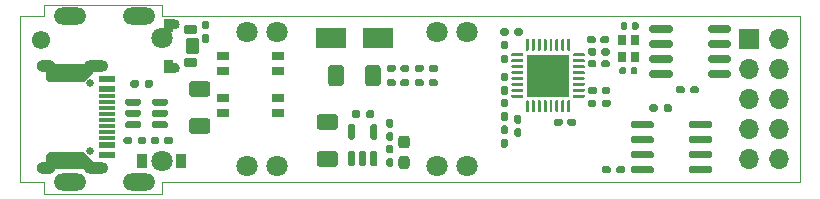
<source format=gbs>
G04 #@! TF.GenerationSoftware,KiCad,Pcbnew,6.0.10+dfsg-1~bpo11+1*
G04 #@! TF.ProjectId,project,70726f6a-6563-4742-9e6b-696361645f70,rev?*
G04 #@! TF.SameCoordinates,Original*
G04 #@! TF.FileFunction,Soldermask,Bot*
G04 #@! TF.FilePolarity,Negative*
%FSLAX46Y46*%
G04 Gerber Fmt 4.6, Leading zero omitted, Abs format (unit mm)*
%MOMM*%
%LPD*%
G01*
G04 APERTURE LIST*
G04 #@! TA.AperFunction,Profile*
%ADD10C,0.100000*%
G04 #@! TD*
%ADD11C,1.800000*%
%ADD12R,1.700000X1.700000*%
%ADD13O,1.700000X1.700000*%
%ADD14O,2.750000X1.450000*%
%ADD15C,1.552000*%
%ADD16R,2.500000X1.800000*%
%ADD17R,0.800000X0.900000*%
%ADD18C,0.650000*%
%ADD19R,1.450000X0.600000*%
%ADD20R,1.450000X0.300000*%
%ADD21O,2.100000X1.000000*%
%ADD22O,1.600000X1.000000*%
%ADD23R,1.000000X0.800000*%
%ADD24R,0.900000X1.200000*%
%ADD25R,3.650000X3.650000*%
G04 APERTURE END LIST*
D10*
X120262500Y-76037500D02*
X120262500Y-75037500D01*
X184262500Y-76037500D02*
X184262500Y-90037500D01*
X184262500Y-90037500D02*
X130262500Y-90037500D01*
X130262500Y-75037500D02*
X130262500Y-76037500D01*
X130262500Y-76037500D02*
X184262500Y-76037500D01*
X120262500Y-75037500D02*
X130262500Y-75037500D01*
X118262500Y-90037500D02*
X120262500Y-90037500D01*
X120262500Y-76037500D02*
X118262500Y-76037500D01*
X120262500Y-91037500D02*
X130262500Y-91037500D01*
X118262500Y-90037500D02*
X118262500Y-76037500D01*
X130262500Y-91037500D02*
X130262500Y-90037500D01*
X120262500Y-90037500D02*
X120262500Y-91037500D01*
D11*
X137437500Y-88727500D03*
X139977500Y-88727500D03*
X153547500Y-88727500D03*
X156087500Y-88727500D03*
X156087500Y-77347500D03*
X153547500Y-77347500D03*
X139977500Y-77347500D03*
X137437500Y-77347500D03*
D12*
X179987500Y-77962500D03*
D13*
X182527500Y-77962500D03*
X179987500Y-80502500D03*
X182527500Y-80502500D03*
X179987500Y-83042500D03*
X182527500Y-83042500D03*
X179987500Y-85582500D03*
X182527500Y-85582500D03*
X179987500Y-88122500D03*
X182527500Y-88122500D03*
D11*
X130262500Y-88237500D03*
X130262500Y-77837500D03*
D14*
X122462500Y-75987500D03*
X122462500Y-90087500D03*
X128362500Y-90087500D03*
X128362500Y-75987500D03*
D15*
X120000000Y-78000000D03*
D16*
X148562500Y-77837500D03*
X144562500Y-77837500D03*
G36*
G01*
X151707500Y-81797500D02*
X151707500Y-81477500D01*
G75*
G02*
X151867500Y-81317500I160000J0D01*
G01*
X152262500Y-81317500D01*
G75*
G02*
X152422500Y-81477500I0J-160000D01*
G01*
X152422500Y-81797500D01*
G75*
G02*
X152262500Y-81957500I-160000J0D01*
G01*
X151867500Y-81957500D01*
G75*
G02*
X151707500Y-81797500I0J160000D01*
G01*
G37*
G36*
G01*
X152902500Y-81797500D02*
X152902500Y-81477500D01*
G75*
G02*
X153062500Y-81317500I160000J0D01*
G01*
X153457500Y-81317500D01*
G75*
G02*
X153617500Y-81477500I0J-160000D01*
G01*
X153617500Y-81797500D01*
G75*
G02*
X153457500Y-81957500I-160000J0D01*
G01*
X153062500Y-81957500D01*
G75*
G02*
X152902500Y-81797500I0J160000D01*
G01*
G37*
G36*
G01*
X169102500Y-77007500D02*
X169102500Y-76667500D01*
G75*
G02*
X169242500Y-76527500I140000J0D01*
G01*
X169522500Y-76527500D01*
G75*
G02*
X169662500Y-76667500I0J-140000D01*
G01*
X169662500Y-77007500D01*
G75*
G02*
X169522500Y-77147500I-140000J0D01*
G01*
X169242500Y-77147500D01*
G75*
G02*
X169102500Y-77007500I0J140000D01*
G01*
G37*
G36*
G01*
X170062500Y-77007500D02*
X170062500Y-76667500D01*
G75*
G02*
X170202500Y-76527500I140000J0D01*
G01*
X170482500Y-76527500D01*
G75*
G02*
X170622500Y-76667500I0J-140000D01*
G01*
X170622500Y-77007500D01*
G75*
G02*
X170482500Y-77147500I-140000J0D01*
G01*
X170202500Y-77147500D01*
G75*
G02*
X170062500Y-77007500I0J140000D01*
G01*
G37*
G36*
G01*
X166327500Y-80192500D02*
X166327500Y-79882500D01*
G75*
G02*
X166482500Y-79727500I155000J0D01*
G01*
X166907500Y-79727500D01*
G75*
G02*
X167062500Y-79882500I0J-155000D01*
G01*
X167062500Y-80192500D01*
G75*
G02*
X166907500Y-80347500I-155000J0D01*
G01*
X166482500Y-80347500D01*
G75*
G02*
X166327500Y-80192500I0J155000D01*
G01*
G37*
G36*
G01*
X167462500Y-80192500D02*
X167462500Y-79882500D01*
G75*
G02*
X167617500Y-79727500I155000J0D01*
G01*
X168042500Y-79727500D01*
G75*
G02*
X168197500Y-79882500I0J-155000D01*
G01*
X168197500Y-80192500D01*
G75*
G02*
X168042500Y-80347500I-155000J0D01*
G01*
X167617500Y-80347500D01*
G75*
G02*
X167462500Y-80192500I0J155000D01*
G01*
G37*
G36*
G01*
X158907500Y-77497500D02*
X158907500Y-77177500D01*
G75*
G02*
X159067500Y-77017500I160000J0D01*
G01*
X159462500Y-77017500D01*
G75*
G02*
X159622500Y-77177500I0J-160000D01*
G01*
X159622500Y-77497500D01*
G75*
G02*
X159462500Y-77657500I-160000J0D01*
G01*
X159067500Y-77657500D01*
G75*
G02*
X158907500Y-77497500I0J160000D01*
G01*
G37*
G36*
G01*
X160102500Y-77497500D02*
X160102500Y-77177500D01*
G75*
G02*
X160262500Y-77017500I160000J0D01*
G01*
X160657500Y-77017500D01*
G75*
G02*
X160817500Y-77177500I0J-160000D01*
G01*
X160817500Y-77497500D01*
G75*
G02*
X160657500Y-77657500I-160000J0D01*
G01*
X160262500Y-77657500D01*
G75*
G02*
X160102500Y-77497500I0J160000D01*
G01*
G37*
G36*
G01*
X134112500Y-85962500D02*
X132812500Y-85962500D01*
G75*
G02*
X132562500Y-85712500I0J250000D01*
G01*
X132562500Y-84887500D01*
G75*
G02*
X132812500Y-84637500I250000J0D01*
G01*
X134112500Y-84637500D01*
G75*
G02*
X134362500Y-84887500I0J-250000D01*
G01*
X134362500Y-85712500D01*
G75*
G02*
X134112500Y-85962500I-250000J0D01*
G01*
G37*
G36*
G01*
X134112500Y-82837500D02*
X132812500Y-82837500D01*
G75*
G02*
X132562500Y-82587500I0J250000D01*
G01*
X132562500Y-81762500D01*
G75*
G02*
X132812500Y-81512500I250000J0D01*
G01*
X134112500Y-81512500D01*
G75*
G02*
X134362500Y-81762500I0J-250000D01*
G01*
X134362500Y-82587500D01*
G75*
G02*
X134112500Y-82837500I-250000J0D01*
G01*
G37*
G36*
G01*
X159417500Y-82672500D02*
X159107500Y-82672500D01*
G75*
G02*
X158952500Y-82517500I0J155000D01*
G01*
X158952500Y-82092500D01*
G75*
G02*
X159107500Y-81937500I155000J0D01*
G01*
X159417500Y-81937500D01*
G75*
G02*
X159572500Y-82092500I0J-155000D01*
G01*
X159572500Y-82517500D01*
G75*
G02*
X159417500Y-82672500I-155000J0D01*
G01*
G37*
G36*
G01*
X159417500Y-81537500D02*
X159107500Y-81537500D01*
G75*
G02*
X158952500Y-81382500I0J155000D01*
G01*
X158952500Y-80957500D01*
G75*
G02*
X159107500Y-80802500I155000J0D01*
G01*
X159417500Y-80802500D01*
G75*
G02*
X159572500Y-80957500I0J-155000D01*
G01*
X159572500Y-81382500D01*
G75*
G02*
X159417500Y-81537500I-155000J0D01*
G01*
G37*
G36*
G01*
X151197500Y-80282500D02*
X151197500Y-80592500D01*
G75*
G02*
X151042500Y-80747500I-155000J0D01*
G01*
X150617500Y-80747500D01*
G75*
G02*
X150462500Y-80592500I0J155000D01*
G01*
X150462500Y-80282500D01*
G75*
G02*
X150617500Y-80127500I155000J0D01*
G01*
X151042500Y-80127500D01*
G75*
G02*
X151197500Y-80282500I0J-155000D01*
G01*
G37*
G36*
G01*
X150062500Y-80282500D02*
X150062500Y-80592500D01*
G75*
G02*
X149907500Y-80747500I-155000J0D01*
G01*
X149482500Y-80747500D01*
G75*
G02*
X149327500Y-80592500I0J155000D01*
G01*
X149327500Y-80282500D01*
G75*
G02*
X149482500Y-80127500I155000J0D01*
G01*
X149907500Y-80127500D01*
G75*
G02*
X150062500Y-80282500I0J-155000D01*
G01*
G37*
D17*
X170312500Y-78037500D03*
X170312500Y-79437500D03*
X169212500Y-79437500D03*
X169212500Y-78037500D03*
G36*
G01*
X144912500Y-88762500D02*
X143612500Y-88762500D01*
G75*
G02*
X143362500Y-88512500I0J250000D01*
G01*
X143362500Y-87687500D01*
G75*
G02*
X143612500Y-87437500I250000J0D01*
G01*
X144912500Y-87437500D01*
G75*
G02*
X145162500Y-87687500I0J-250000D01*
G01*
X145162500Y-88512500D01*
G75*
G02*
X144912500Y-88762500I-250000J0D01*
G01*
G37*
G36*
G01*
X144912500Y-85637500D02*
X143612500Y-85637500D01*
G75*
G02*
X143362500Y-85387500I0J250000D01*
G01*
X143362500Y-84562500D01*
G75*
G02*
X143612500Y-84312500I250000J0D01*
G01*
X144912500Y-84312500D01*
G75*
G02*
X145162500Y-84562500I0J-250000D01*
G01*
X145162500Y-85387500D01*
G75*
G02*
X144912500Y-85637500I-250000J0D01*
G01*
G37*
G36*
G01*
X148255000Y-84140000D02*
X148255000Y-84460000D01*
G75*
G02*
X148095000Y-84620000I-160000J0D01*
G01*
X147700000Y-84620000D01*
G75*
G02*
X147540000Y-84460000I0J160000D01*
G01*
X147540000Y-84140000D01*
G75*
G02*
X147700000Y-83980000I160000J0D01*
G01*
X148095000Y-83980000D01*
G75*
G02*
X148255000Y-84140000I0J-160000D01*
G01*
G37*
G36*
G01*
X147060000Y-84140000D02*
X147060000Y-84460000D01*
G75*
G02*
X146900000Y-84620000I-160000J0D01*
G01*
X146505000Y-84620000D01*
G75*
G02*
X146345000Y-84460000I0J160000D01*
G01*
X146345000Y-84140000D01*
G75*
G02*
X146505000Y-83980000I160000J0D01*
G01*
X146900000Y-83980000D01*
G75*
G02*
X147060000Y-84140000I0J-160000D01*
G01*
G37*
G36*
G01*
X127162500Y-85337500D02*
X127162500Y-85037500D01*
G75*
G02*
X127312500Y-84887500I150000J0D01*
G01*
X128337500Y-84887500D01*
G75*
G02*
X128487500Y-85037500I0J-150000D01*
G01*
X128487500Y-85337500D01*
G75*
G02*
X128337500Y-85487500I-150000J0D01*
G01*
X127312500Y-85487500D01*
G75*
G02*
X127162500Y-85337500I0J150000D01*
G01*
G37*
G36*
G01*
X127162500Y-84387500D02*
X127162500Y-84087500D01*
G75*
G02*
X127312500Y-83937500I150000J0D01*
G01*
X128337500Y-83937500D01*
G75*
G02*
X128487500Y-84087500I0J-150000D01*
G01*
X128487500Y-84387500D01*
G75*
G02*
X128337500Y-84537500I-150000J0D01*
G01*
X127312500Y-84537500D01*
G75*
G02*
X127162500Y-84387500I0J150000D01*
G01*
G37*
G36*
G01*
X127162500Y-83437500D02*
X127162500Y-83137500D01*
G75*
G02*
X127312500Y-82987500I150000J0D01*
G01*
X128337500Y-82987500D01*
G75*
G02*
X128487500Y-83137500I0J-150000D01*
G01*
X128487500Y-83437500D01*
G75*
G02*
X128337500Y-83587500I-150000J0D01*
G01*
X127312500Y-83587500D01*
G75*
G02*
X127162500Y-83437500I0J150000D01*
G01*
G37*
G36*
G01*
X129437500Y-83437500D02*
X129437500Y-83137500D01*
G75*
G02*
X129587500Y-82987500I150000J0D01*
G01*
X130612500Y-82987500D01*
G75*
G02*
X130762500Y-83137500I0J-150000D01*
G01*
X130762500Y-83437500D01*
G75*
G02*
X130612500Y-83587500I-150000J0D01*
G01*
X129587500Y-83587500D01*
G75*
G02*
X129437500Y-83437500I0J150000D01*
G01*
G37*
G36*
G01*
X129437500Y-84387500D02*
X129437500Y-84087500D01*
G75*
G02*
X129587500Y-83937500I150000J0D01*
G01*
X130612500Y-83937500D01*
G75*
G02*
X130762500Y-84087500I0J-150000D01*
G01*
X130762500Y-84387500D01*
G75*
G02*
X130612500Y-84537500I-150000J0D01*
G01*
X129587500Y-84537500D01*
G75*
G02*
X129437500Y-84387500I0J150000D01*
G01*
G37*
G36*
G01*
X129437500Y-85337500D02*
X129437500Y-85037500D01*
G75*
G02*
X129587500Y-84887500I150000J0D01*
G01*
X130612500Y-84887500D01*
G75*
G02*
X130762500Y-85037500I0J-150000D01*
G01*
X130762500Y-85337500D01*
G75*
G02*
X130612500Y-85487500I-150000J0D01*
G01*
X129587500Y-85487500D01*
G75*
G02*
X129437500Y-85337500I0J150000D01*
G01*
G37*
G36*
G01*
X151707500Y-80597500D02*
X151707500Y-80277500D01*
G75*
G02*
X151867500Y-80117500I160000J0D01*
G01*
X152262500Y-80117500D01*
G75*
G02*
X152422500Y-80277500I0J-160000D01*
G01*
X152422500Y-80597500D01*
G75*
G02*
X152262500Y-80757500I-160000J0D01*
G01*
X151867500Y-80757500D01*
G75*
G02*
X151707500Y-80597500I0J160000D01*
G01*
G37*
G36*
G01*
X152902500Y-80597500D02*
X152902500Y-80277500D01*
G75*
G02*
X153062500Y-80117500I160000J0D01*
G01*
X153457500Y-80117500D01*
G75*
G02*
X153617500Y-80277500I0J-160000D01*
G01*
X153617500Y-80597500D01*
G75*
G02*
X153457500Y-80757500I-160000J0D01*
G01*
X153062500Y-80757500D01*
G75*
G02*
X152902500Y-80597500I0J160000D01*
G01*
G37*
G36*
G01*
X134117500Y-78272500D02*
X133807500Y-78272500D01*
G75*
G02*
X133652500Y-78117500I0J155000D01*
G01*
X133652500Y-77692500D01*
G75*
G02*
X133807500Y-77537500I155000J0D01*
G01*
X134117500Y-77537500D01*
G75*
G02*
X134272500Y-77692500I0J-155000D01*
G01*
X134272500Y-78117500D01*
G75*
G02*
X134117500Y-78272500I-155000J0D01*
G01*
G37*
G36*
G01*
X134117500Y-77137500D02*
X133807500Y-77137500D01*
G75*
G02*
X133652500Y-76982500I0J155000D01*
G01*
X133652500Y-76557500D01*
G75*
G02*
X133807500Y-76402500I155000J0D01*
G01*
X134117500Y-76402500D01*
G75*
G02*
X134272500Y-76557500I0J-155000D01*
G01*
X134272500Y-76982500D01*
G75*
G02*
X134117500Y-77137500I-155000J0D01*
G01*
G37*
G36*
G01*
X168235000Y-82145000D02*
X168235000Y-82455000D01*
G75*
G02*
X168080000Y-82610000I-155000J0D01*
G01*
X167655000Y-82610000D01*
G75*
G02*
X167500000Y-82455000I0J155000D01*
G01*
X167500000Y-82145000D01*
G75*
G02*
X167655000Y-81990000I155000J0D01*
G01*
X168080000Y-81990000D01*
G75*
G02*
X168235000Y-82145000I0J-155000D01*
G01*
G37*
G36*
G01*
X167100000Y-82145000D02*
X167100000Y-82455000D01*
G75*
G02*
X166945000Y-82610000I-155000J0D01*
G01*
X166520000Y-82610000D01*
G75*
G02*
X166365000Y-82455000I0J155000D01*
G01*
X166365000Y-82145000D01*
G75*
G02*
X166520000Y-81990000I155000J0D01*
G01*
X166945000Y-81990000D01*
G75*
G02*
X167100000Y-82145000I0J-155000D01*
G01*
G37*
D18*
X124137500Y-87427500D03*
X124137500Y-81647500D03*
D19*
X125582500Y-87737500D03*
X125582500Y-86937500D03*
D20*
X125582500Y-85787500D03*
X125582500Y-84787500D03*
X125582500Y-84287500D03*
X125582500Y-83287500D03*
D19*
X125582500Y-82137500D03*
X125582500Y-81337500D03*
X125582500Y-81337500D03*
X125582500Y-82137500D03*
D20*
X125582500Y-82787500D03*
X125582500Y-83787500D03*
X125582500Y-85287500D03*
X125582500Y-86287500D03*
D19*
X125582500Y-86937500D03*
X125582500Y-87737500D03*
G36*
X120837500Y-88987500D02*
G01*
X120730367Y-88971871D01*
X120619736Y-88917793D01*
X120532587Y-88830796D01*
X120478317Y-88720260D01*
X120462500Y-88612500D01*
X120462500Y-87862500D01*
X120478129Y-87755367D01*
X120532207Y-87644736D01*
X120619204Y-87557587D01*
X120729740Y-87503317D01*
X120837500Y-87487500D01*
X123712500Y-87487500D01*
X124462500Y-88237500D01*
X124462500Y-88612500D01*
X124446871Y-88719633D01*
X124392793Y-88830264D01*
X124305796Y-88917413D01*
X124195260Y-88971683D01*
X124087500Y-88987500D01*
X120837500Y-88987500D01*
G37*
D21*
X124667500Y-80217500D03*
D22*
X120487500Y-88857500D03*
D21*
X124667500Y-88857500D03*
G36*
X120837500Y-81587500D02*
G01*
X120730367Y-81571871D01*
X120619736Y-81517793D01*
X120532587Y-81430796D01*
X120478317Y-81320260D01*
X120462500Y-81212500D01*
X120462500Y-80462500D01*
X120478129Y-80355367D01*
X120532207Y-80244736D01*
X120619204Y-80157587D01*
X120729740Y-80103317D01*
X120837500Y-80087500D01*
X124087500Y-80087500D01*
X124194633Y-80103129D01*
X124305264Y-80157207D01*
X124392413Y-80244204D01*
X124446683Y-80354740D01*
X124462500Y-80462500D01*
X124462500Y-80837500D01*
X123712500Y-81587500D01*
X120837500Y-81587500D01*
G37*
D22*
X120487500Y-80217500D03*
G36*
G01*
X144337500Y-81687500D02*
X144337500Y-80387500D01*
G75*
G02*
X144587500Y-80137500I250000J0D01*
G01*
X145412500Y-80137500D01*
G75*
G02*
X145662500Y-80387500I0J-250000D01*
G01*
X145662500Y-81687500D01*
G75*
G02*
X145412500Y-81937500I-250000J0D01*
G01*
X144587500Y-81937500D01*
G75*
G02*
X144337500Y-81687500I0J250000D01*
G01*
G37*
G36*
G01*
X147462500Y-81687500D02*
X147462500Y-80387500D01*
G75*
G02*
X147712500Y-80137500I250000J0D01*
G01*
X148537500Y-80137500D01*
G75*
G02*
X148787500Y-80387500I0J-250000D01*
G01*
X148787500Y-81687500D01*
G75*
G02*
X148537500Y-81937500I-250000J0D01*
G01*
X147712500Y-81937500D01*
G75*
G02*
X147462500Y-81687500I0J250000D01*
G01*
G37*
G36*
G01*
X151197500Y-81482500D02*
X151197500Y-81792500D01*
G75*
G02*
X151042500Y-81947500I-155000J0D01*
G01*
X150617500Y-81947500D01*
G75*
G02*
X150462500Y-81792500I0J155000D01*
G01*
X150462500Y-81482500D01*
G75*
G02*
X150617500Y-81327500I155000J0D01*
G01*
X151042500Y-81327500D01*
G75*
G02*
X151197500Y-81482500I0J-155000D01*
G01*
G37*
G36*
G01*
X150062500Y-81482500D02*
X150062500Y-81792500D01*
G75*
G02*
X149907500Y-81947500I-155000J0D01*
G01*
X149482500Y-81947500D01*
G75*
G02*
X149327500Y-81792500I0J155000D01*
G01*
X149327500Y-81482500D01*
G75*
G02*
X149482500Y-81327500I155000J0D01*
G01*
X149907500Y-81327500D01*
G75*
G02*
X150062500Y-81482500I0J-155000D01*
G01*
G37*
G36*
G01*
X160555000Y-86235000D02*
X160245000Y-86235000D01*
G75*
G02*
X160090000Y-86080000I0J155000D01*
G01*
X160090000Y-85655000D01*
G75*
G02*
X160245000Y-85500000I155000J0D01*
G01*
X160555000Y-85500000D01*
G75*
G02*
X160710000Y-85655000I0J-155000D01*
G01*
X160710000Y-86080000D01*
G75*
G02*
X160555000Y-86235000I-155000J0D01*
G01*
G37*
G36*
G01*
X160555000Y-85100000D02*
X160245000Y-85100000D01*
G75*
G02*
X160090000Y-84945000I0J155000D01*
G01*
X160090000Y-84520000D01*
G75*
G02*
X160245000Y-84365000I155000J0D01*
G01*
X160555000Y-84365000D01*
G75*
G02*
X160710000Y-84520000I0J-155000D01*
G01*
X160710000Y-84945000D01*
G75*
G02*
X160555000Y-85100000I-155000J0D01*
G01*
G37*
G36*
G01*
X173807500Y-82397500D02*
X173807500Y-82077500D01*
G75*
G02*
X173967500Y-81917500I160000J0D01*
G01*
X174362500Y-81917500D01*
G75*
G02*
X174522500Y-82077500I0J-160000D01*
G01*
X174522500Y-82397500D01*
G75*
G02*
X174362500Y-82557500I-160000J0D01*
G01*
X173967500Y-82557500D01*
G75*
G02*
X173807500Y-82397500I0J160000D01*
G01*
G37*
G36*
G01*
X175002500Y-82397500D02*
X175002500Y-82077500D01*
G75*
G02*
X175162500Y-81917500I160000J0D01*
G01*
X175557500Y-81917500D01*
G75*
G02*
X175717500Y-82077500I0J-160000D01*
G01*
X175717500Y-82397500D01*
G75*
G02*
X175557500Y-82557500I-160000J0D01*
G01*
X175162500Y-82557500D01*
G75*
G02*
X175002500Y-82397500I0J160000D01*
G01*
G37*
G36*
G01*
X151000000Y-88937500D02*
X150525000Y-88937500D01*
G75*
G02*
X150287500Y-88700000I0J237500D01*
G01*
X150287500Y-88100000D01*
G75*
G02*
X150525000Y-87862500I237500J0D01*
G01*
X151000000Y-87862500D01*
G75*
G02*
X151237500Y-88100000I0J-237500D01*
G01*
X151237500Y-88700000D01*
G75*
G02*
X151000000Y-88937500I-237500J0D01*
G01*
G37*
G36*
G01*
X151000000Y-87212500D02*
X150525000Y-87212500D01*
G75*
G02*
X150287500Y-86975000I0J237500D01*
G01*
X150287500Y-86375000D01*
G75*
G02*
X150525000Y-86137500I237500J0D01*
G01*
X151000000Y-86137500D01*
G75*
G02*
X151237500Y-86375000I0J-237500D01*
G01*
X151237500Y-86975000D01*
G75*
G02*
X151000000Y-87212500I-237500J0D01*
G01*
G37*
G36*
G01*
X168255000Y-83240000D02*
X168255000Y-83560000D01*
G75*
G02*
X168095000Y-83720000I-160000J0D01*
G01*
X167700000Y-83720000D01*
G75*
G02*
X167540000Y-83560000I0J160000D01*
G01*
X167540000Y-83240000D01*
G75*
G02*
X167700000Y-83080000I160000J0D01*
G01*
X168095000Y-83080000D01*
G75*
G02*
X168255000Y-83240000I0J-160000D01*
G01*
G37*
G36*
G01*
X167060000Y-83240000D02*
X167060000Y-83560000D01*
G75*
G02*
X166900000Y-83720000I-160000J0D01*
G01*
X166505000Y-83720000D01*
G75*
G02*
X166345000Y-83560000I0J160000D01*
G01*
X166345000Y-83240000D01*
G75*
G02*
X166505000Y-83080000I160000J0D01*
G01*
X166900000Y-83080000D01*
G75*
G02*
X167060000Y-83240000I0J-160000D01*
G01*
G37*
G36*
G01*
X166327500Y-79192500D02*
X166327500Y-78882500D01*
G75*
G02*
X166482500Y-78727500I155000J0D01*
G01*
X166907500Y-78727500D01*
G75*
G02*
X167062500Y-78882500I0J-155000D01*
G01*
X167062500Y-79192500D01*
G75*
G02*
X166907500Y-79347500I-155000J0D01*
G01*
X166482500Y-79347500D01*
G75*
G02*
X166327500Y-79192500I0J155000D01*
G01*
G37*
G36*
G01*
X167462500Y-79192500D02*
X167462500Y-78882500D01*
G75*
G02*
X167617500Y-78727500I155000J0D01*
G01*
X168042500Y-78727500D01*
G75*
G02*
X168197500Y-78882500I0J-155000D01*
G01*
X168197500Y-79192500D01*
G75*
G02*
X168042500Y-79347500I-155000J0D01*
G01*
X167617500Y-79347500D01*
G75*
G02*
X167462500Y-79192500I0J155000D01*
G01*
G37*
D23*
X140062500Y-79402500D03*
X140062500Y-80672500D03*
X135462500Y-80672500D03*
X135462500Y-79402500D03*
X140062500Y-82902500D03*
X140062500Y-84172500D03*
X135462500Y-84172500D03*
X135462500Y-82902500D03*
G36*
G01*
X159417500Y-87135000D02*
X159107500Y-87135000D01*
G75*
G02*
X158952500Y-86980000I0J155000D01*
G01*
X158952500Y-86555000D01*
G75*
G02*
X159107500Y-86400000I155000J0D01*
G01*
X159417500Y-86400000D01*
G75*
G02*
X159572500Y-86555000I0J-155000D01*
G01*
X159572500Y-86980000D01*
G75*
G02*
X159417500Y-87135000I-155000J0D01*
G01*
G37*
G36*
G01*
X159417500Y-86000000D02*
X159107500Y-86000000D01*
G75*
G02*
X158952500Y-85845000I0J155000D01*
G01*
X158952500Y-85420000D01*
G75*
G02*
X159107500Y-85265000I155000J0D01*
G01*
X159417500Y-85265000D01*
G75*
G02*
X159572500Y-85420000I0J-155000D01*
G01*
X159572500Y-85845000D01*
G75*
G02*
X159417500Y-86000000I-155000J0D01*
G01*
G37*
G36*
G01*
X169455000Y-88840000D02*
X169455000Y-89160000D01*
G75*
G02*
X169295000Y-89320000I-160000J0D01*
G01*
X168900000Y-89320000D01*
G75*
G02*
X168740000Y-89160000I0J160000D01*
G01*
X168740000Y-88840000D01*
G75*
G02*
X168900000Y-88680000I160000J0D01*
G01*
X169295000Y-88680000D01*
G75*
G02*
X169455000Y-88840000I0J-160000D01*
G01*
G37*
G36*
G01*
X168260000Y-88840000D02*
X168260000Y-89160000D01*
G75*
G02*
X168100000Y-89320000I-160000J0D01*
G01*
X167705000Y-89320000D01*
G75*
G02*
X167545000Y-89160000I0J160000D01*
G01*
X167545000Y-88840000D01*
G75*
G02*
X167705000Y-88680000I160000J0D01*
G01*
X168100000Y-88680000D01*
G75*
G02*
X168260000Y-88840000I0J-160000D01*
G01*
G37*
G36*
G01*
X163465000Y-85155000D02*
X163465000Y-84845000D01*
G75*
G02*
X163620000Y-84690000I155000J0D01*
G01*
X164045000Y-84690000D01*
G75*
G02*
X164200000Y-84845000I0J-155000D01*
G01*
X164200000Y-85155000D01*
G75*
G02*
X164045000Y-85310000I-155000J0D01*
G01*
X163620000Y-85310000D01*
G75*
G02*
X163465000Y-85155000I0J155000D01*
G01*
G37*
G36*
G01*
X164600000Y-85155000D02*
X164600000Y-84845000D01*
G75*
G02*
X164755000Y-84690000I155000J0D01*
G01*
X165180000Y-84690000D01*
G75*
G02*
X165335000Y-84845000I0J-155000D01*
G01*
X165335000Y-85155000D01*
G75*
G02*
X165180000Y-85310000I-155000J0D01*
G01*
X164755000Y-85310000D01*
G75*
G02*
X164600000Y-85155000I0J155000D01*
G01*
G37*
G36*
G01*
X159422500Y-79992500D02*
X159102500Y-79992500D01*
G75*
G02*
X158942500Y-79832500I0J160000D01*
G01*
X158942500Y-79437500D01*
G75*
G02*
X159102500Y-79277500I160000J0D01*
G01*
X159422500Y-79277500D01*
G75*
G02*
X159582500Y-79437500I0J-160000D01*
G01*
X159582500Y-79832500D01*
G75*
G02*
X159422500Y-79992500I-160000J0D01*
G01*
G37*
G36*
G01*
X159422500Y-78797500D02*
X159102500Y-78797500D01*
G75*
G02*
X158942500Y-78637500I0J160000D01*
G01*
X158942500Y-78242500D01*
G75*
G02*
X159102500Y-78082500I160000J0D01*
G01*
X159422500Y-78082500D01*
G75*
G02*
X159582500Y-78242500I0J-160000D01*
G01*
X159582500Y-78637500D01*
G75*
G02*
X159422500Y-78797500I-160000J0D01*
G01*
G37*
G36*
G01*
X171550000Y-81055000D02*
X171550000Y-80755000D01*
G75*
G02*
X171700000Y-80605000I150000J0D01*
G01*
X173350000Y-80605000D01*
G75*
G02*
X173500000Y-80755000I0J-150000D01*
G01*
X173500000Y-81055000D01*
G75*
G02*
X173350000Y-81205000I-150000J0D01*
G01*
X171700000Y-81205000D01*
G75*
G02*
X171550000Y-81055000I0J150000D01*
G01*
G37*
G36*
G01*
X171550000Y-79785000D02*
X171550000Y-79485000D01*
G75*
G02*
X171700000Y-79335000I150000J0D01*
G01*
X173350000Y-79335000D01*
G75*
G02*
X173500000Y-79485000I0J-150000D01*
G01*
X173500000Y-79785000D01*
G75*
G02*
X173350000Y-79935000I-150000J0D01*
G01*
X171700000Y-79935000D01*
G75*
G02*
X171550000Y-79785000I0J150000D01*
G01*
G37*
G36*
G01*
X171550000Y-78515000D02*
X171550000Y-78215000D01*
G75*
G02*
X171700000Y-78065000I150000J0D01*
G01*
X173350000Y-78065000D01*
G75*
G02*
X173500000Y-78215000I0J-150000D01*
G01*
X173500000Y-78515000D01*
G75*
G02*
X173350000Y-78665000I-150000J0D01*
G01*
X171700000Y-78665000D01*
G75*
G02*
X171550000Y-78515000I0J150000D01*
G01*
G37*
G36*
G01*
X171550000Y-77245000D02*
X171550000Y-76945000D01*
G75*
G02*
X171700000Y-76795000I150000J0D01*
G01*
X173350000Y-76795000D01*
G75*
G02*
X173500000Y-76945000I0J-150000D01*
G01*
X173500000Y-77245000D01*
G75*
G02*
X173350000Y-77395000I-150000J0D01*
G01*
X171700000Y-77395000D01*
G75*
G02*
X171550000Y-77245000I0J150000D01*
G01*
G37*
G36*
G01*
X176500000Y-77245000D02*
X176500000Y-76945000D01*
G75*
G02*
X176650000Y-76795000I150000J0D01*
G01*
X178300000Y-76795000D01*
G75*
G02*
X178450000Y-76945000I0J-150000D01*
G01*
X178450000Y-77245000D01*
G75*
G02*
X178300000Y-77395000I-150000J0D01*
G01*
X176650000Y-77395000D01*
G75*
G02*
X176500000Y-77245000I0J150000D01*
G01*
G37*
G36*
G01*
X176500000Y-78515000D02*
X176500000Y-78215000D01*
G75*
G02*
X176650000Y-78065000I150000J0D01*
G01*
X178300000Y-78065000D01*
G75*
G02*
X178450000Y-78215000I0J-150000D01*
G01*
X178450000Y-78515000D01*
G75*
G02*
X178300000Y-78665000I-150000J0D01*
G01*
X176650000Y-78665000D01*
G75*
G02*
X176500000Y-78515000I0J150000D01*
G01*
G37*
G36*
G01*
X176500000Y-79785000D02*
X176500000Y-79485000D01*
G75*
G02*
X176650000Y-79335000I150000J0D01*
G01*
X178300000Y-79335000D01*
G75*
G02*
X178450000Y-79485000I0J-150000D01*
G01*
X178450000Y-79785000D01*
G75*
G02*
X178300000Y-79935000I-150000J0D01*
G01*
X176650000Y-79935000D01*
G75*
G02*
X176500000Y-79785000I0J150000D01*
G01*
G37*
G36*
G01*
X176500000Y-81055000D02*
X176500000Y-80755000D01*
G75*
G02*
X176650000Y-80605000I150000J0D01*
G01*
X178300000Y-80605000D01*
G75*
G02*
X178450000Y-80755000I0J-150000D01*
G01*
X178450000Y-81055000D01*
G75*
G02*
X178300000Y-81205000I-150000J0D01*
G01*
X176650000Y-81205000D01*
G75*
G02*
X176500000Y-81055000I0J150000D01*
G01*
G37*
G36*
G01*
X132267500Y-79587500D02*
X133157500Y-79587500D01*
G75*
G02*
X133262500Y-79692500I0J-105000D01*
G01*
X133262500Y-80182500D01*
G75*
G02*
X133157500Y-80287500I-105000J0D01*
G01*
X132267500Y-80287500D01*
G75*
G02*
X132162500Y-80182500I0J105000D01*
G01*
X132162500Y-79692500D01*
G75*
G02*
X132267500Y-79587500I105000J0D01*
G01*
G37*
G36*
G01*
X132267500Y-76787500D02*
X133157500Y-76787500D01*
G75*
G02*
X133262500Y-76892500I0J-105000D01*
G01*
X133262500Y-77382500D01*
G75*
G02*
X133157500Y-77487500I-105000J0D01*
G01*
X132267500Y-77487500D01*
G75*
G02*
X132162500Y-77382500I0J105000D01*
G01*
X132162500Y-76892500D01*
G75*
G02*
X132267500Y-76787500I105000J0D01*
G01*
G37*
G36*
X131362500Y-79987500D02*
G01*
X131486107Y-80007077D01*
X131597614Y-80063893D01*
X131686107Y-80152386D01*
X131742923Y-80263893D01*
X131762500Y-80387500D01*
X131742923Y-80511107D01*
X131686107Y-80622614D01*
X131597614Y-80711107D01*
X131486107Y-80767923D01*
X131362500Y-80787500D01*
X130962500Y-80787500D01*
X130962500Y-79987500D01*
X131362500Y-79987500D01*
G37*
G36*
X131362500Y-76287500D02*
G01*
X131486107Y-76307077D01*
X131597614Y-76363893D01*
X131686107Y-76452386D01*
X131742923Y-76563893D01*
X131762500Y-76687500D01*
X131742923Y-76811107D01*
X131686107Y-76922614D01*
X131597614Y-77011107D01*
X131486107Y-77067923D01*
X131362500Y-77087500D01*
X130962500Y-77087500D01*
X130962500Y-76287500D01*
X131362500Y-76287500D01*
G37*
G36*
G01*
X130532500Y-76237500D02*
X131092500Y-76237500D01*
G75*
G02*
X131212500Y-76357500I0J-120000D01*
G01*
X131212500Y-77267500D01*
G75*
G02*
X131092500Y-77387500I-120000J0D01*
G01*
X130532500Y-77387500D01*
G75*
G02*
X130412500Y-77267500I0J120000D01*
G01*
X130412500Y-76357500D01*
G75*
G02*
X130532500Y-76237500I120000J0D01*
G01*
G37*
G36*
G01*
X130532500Y-79687500D02*
X131092500Y-79687500D01*
G75*
G02*
X131212500Y-79807500I0J-120000D01*
G01*
X131212500Y-80717500D01*
G75*
G02*
X131092500Y-80837500I-120000J0D01*
G01*
X130532500Y-80837500D01*
G75*
G02*
X130412500Y-80717500I0J120000D01*
G01*
X130412500Y-79807500D01*
G75*
G02*
X130532500Y-79687500I120000J0D01*
G01*
G37*
G36*
G01*
X132477500Y-77837500D02*
X133247500Y-77837500D01*
G75*
G02*
X133412500Y-78002500I0J-165000D01*
G01*
X133412500Y-79072500D01*
G75*
G02*
X133247500Y-79237500I-165000J0D01*
G01*
X132477500Y-79237500D01*
G75*
G02*
X132312500Y-79072500I0J165000D01*
G01*
X132312500Y-78002500D01*
G75*
G02*
X132477500Y-77837500I165000J0D01*
G01*
G37*
G36*
G01*
X131197500Y-86382500D02*
X131197500Y-86692500D01*
G75*
G02*
X131042500Y-86847500I-155000J0D01*
G01*
X130617500Y-86847500D01*
G75*
G02*
X130462500Y-86692500I0J155000D01*
G01*
X130462500Y-86382500D01*
G75*
G02*
X130617500Y-86227500I155000J0D01*
G01*
X131042500Y-86227500D01*
G75*
G02*
X131197500Y-86382500I0J-155000D01*
G01*
G37*
G36*
G01*
X130062500Y-86382500D02*
X130062500Y-86692500D01*
G75*
G02*
X129907500Y-86847500I-155000J0D01*
G01*
X129482500Y-86847500D01*
G75*
G02*
X129327500Y-86692500I0J155000D01*
G01*
X129327500Y-86382500D01*
G75*
G02*
X129482500Y-86227500I155000J0D01*
G01*
X129907500Y-86227500D01*
G75*
G02*
X130062500Y-86382500I0J-155000D01*
G01*
G37*
D24*
X131912500Y-88237500D03*
X128612500Y-88237500D03*
G36*
G01*
X168135000Y-77845000D02*
X168135000Y-78155000D01*
G75*
G02*
X167980000Y-78310000I-155000J0D01*
G01*
X167555000Y-78310000D01*
G75*
G02*
X167400000Y-78155000I0J155000D01*
G01*
X167400000Y-77845000D01*
G75*
G02*
X167555000Y-77690000I155000J0D01*
G01*
X167980000Y-77690000D01*
G75*
G02*
X168135000Y-77845000I0J-155000D01*
G01*
G37*
G36*
G01*
X167000000Y-77845000D02*
X167000000Y-78155000D01*
G75*
G02*
X166845000Y-78310000I-155000J0D01*
G01*
X166420000Y-78310000D01*
G75*
G02*
X166265000Y-78155000I0J155000D01*
G01*
X166265000Y-77845000D01*
G75*
G02*
X166420000Y-77690000I155000J0D01*
G01*
X166845000Y-77690000D01*
G75*
G02*
X167000000Y-77845000I0J-155000D01*
G01*
G37*
G36*
G01*
X169950000Y-89155000D02*
X169950000Y-88855000D01*
G75*
G02*
X170100000Y-88705000I150000J0D01*
G01*
X171750000Y-88705000D01*
G75*
G02*
X171900000Y-88855000I0J-150000D01*
G01*
X171900000Y-89155000D01*
G75*
G02*
X171750000Y-89305000I-150000J0D01*
G01*
X170100000Y-89305000D01*
G75*
G02*
X169950000Y-89155000I0J150000D01*
G01*
G37*
G36*
G01*
X169950000Y-87885000D02*
X169950000Y-87585000D01*
G75*
G02*
X170100000Y-87435000I150000J0D01*
G01*
X171750000Y-87435000D01*
G75*
G02*
X171900000Y-87585000I0J-150000D01*
G01*
X171900000Y-87885000D01*
G75*
G02*
X171750000Y-88035000I-150000J0D01*
G01*
X170100000Y-88035000D01*
G75*
G02*
X169950000Y-87885000I0J150000D01*
G01*
G37*
G36*
G01*
X169950000Y-86615000D02*
X169950000Y-86315000D01*
G75*
G02*
X170100000Y-86165000I150000J0D01*
G01*
X171750000Y-86165000D01*
G75*
G02*
X171900000Y-86315000I0J-150000D01*
G01*
X171900000Y-86615000D01*
G75*
G02*
X171750000Y-86765000I-150000J0D01*
G01*
X170100000Y-86765000D01*
G75*
G02*
X169950000Y-86615000I0J150000D01*
G01*
G37*
G36*
G01*
X169950000Y-85345000D02*
X169950000Y-85045000D01*
G75*
G02*
X170100000Y-84895000I150000J0D01*
G01*
X171750000Y-84895000D01*
G75*
G02*
X171900000Y-85045000I0J-150000D01*
G01*
X171900000Y-85345000D01*
G75*
G02*
X171750000Y-85495000I-150000J0D01*
G01*
X170100000Y-85495000D01*
G75*
G02*
X169950000Y-85345000I0J150000D01*
G01*
G37*
G36*
G01*
X174900000Y-85345000D02*
X174900000Y-85045000D01*
G75*
G02*
X175050000Y-84895000I150000J0D01*
G01*
X176700000Y-84895000D01*
G75*
G02*
X176850000Y-85045000I0J-150000D01*
G01*
X176850000Y-85345000D01*
G75*
G02*
X176700000Y-85495000I-150000J0D01*
G01*
X175050000Y-85495000D01*
G75*
G02*
X174900000Y-85345000I0J150000D01*
G01*
G37*
G36*
G01*
X174900000Y-86615000D02*
X174900000Y-86315000D01*
G75*
G02*
X175050000Y-86165000I150000J0D01*
G01*
X176700000Y-86165000D01*
G75*
G02*
X176850000Y-86315000I0J-150000D01*
G01*
X176850000Y-86615000D01*
G75*
G02*
X176700000Y-86765000I-150000J0D01*
G01*
X175050000Y-86765000D01*
G75*
G02*
X174900000Y-86615000I0J150000D01*
G01*
G37*
G36*
G01*
X174900000Y-87885000D02*
X174900000Y-87585000D01*
G75*
G02*
X175050000Y-87435000I150000J0D01*
G01*
X176700000Y-87435000D01*
G75*
G02*
X176850000Y-87585000I0J-150000D01*
G01*
X176850000Y-87885000D01*
G75*
G02*
X176700000Y-88035000I-150000J0D01*
G01*
X175050000Y-88035000D01*
G75*
G02*
X174900000Y-87885000I0J150000D01*
G01*
G37*
G36*
G01*
X174900000Y-89155000D02*
X174900000Y-88855000D01*
G75*
G02*
X175050000Y-88705000I150000J0D01*
G01*
X176700000Y-88705000D01*
G75*
G02*
X176850000Y-88855000I0J-150000D01*
G01*
X176850000Y-89155000D01*
G75*
G02*
X176700000Y-89305000I-150000J0D01*
G01*
X175050000Y-89305000D01*
G75*
G02*
X174900000Y-89155000I0J150000D01*
G01*
G37*
G36*
G01*
X166062500Y-79224993D02*
X166062500Y-79349993D01*
G75*
G02*
X166000000Y-79412493I-62500J0D01*
G01*
X165125000Y-79412493D01*
G75*
G02*
X165062500Y-79349993I0J62500D01*
G01*
X165062500Y-79224993D01*
G75*
G02*
X165125000Y-79162493I62500J0D01*
G01*
X166000000Y-79162493D01*
G75*
G02*
X166062500Y-79224993I0J-62500D01*
G01*
G37*
G36*
G01*
X166062500Y-79724993D02*
X166062500Y-79849993D01*
G75*
G02*
X166000000Y-79912493I-62500J0D01*
G01*
X165125000Y-79912493D01*
G75*
G02*
X165062500Y-79849993I0J62500D01*
G01*
X165062500Y-79724993D01*
G75*
G02*
X165125000Y-79662493I62500J0D01*
G01*
X166000000Y-79662493D01*
G75*
G02*
X166062500Y-79724993I0J-62500D01*
G01*
G37*
G36*
G01*
X166062500Y-80224993D02*
X166062500Y-80349993D01*
G75*
G02*
X166000000Y-80412493I-62500J0D01*
G01*
X165125000Y-80412493D01*
G75*
G02*
X165062500Y-80349993I0J62500D01*
G01*
X165062500Y-80224993D01*
G75*
G02*
X165125000Y-80162493I62500J0D01*
G01*
X166000000Y-80162493D01*
G75*
G02*
X166062500Y-80224993I0J-62500D01*
G01*
G37*
G36*
G01*
X166062500Y-80724993D02*
X166062500Y-80849993D01*
G75*
G02*
X166000000Y-80912493I-62500J0D01*
G01*
X165125000Y-80912493D01*
G75*
G02*
X165062500Y-80849993I0J62500D01*
G01*
X165062500Y-80724993D01*
G75*
G02*
X165125000Y-80662493I62500J0D01*
G01*
X166000000Y-80662493D01*
G75*
G02*
X166062500Y-80724993I0J-62500D01*
G01*
G37*
G36*
G01*
X166062500Y-81224993D02*
X166062500Y-81349993D01*
G75*
G02*
X166000000Y-81412493I-62500J0D01*
G01*
X165125000Y-81412493D01*
G75*
G02*
X165062500Y-81349993I0J62500D01*
G01*
X165062500Y-81224993D01*
G75*
G02*
X165125000Y-81162493I62500J0D01*
G01*
X166000000Y-81162493D01*
G75*
G02*
X166062500Y-81224993I0J-62500D01*
G01*
G37*
G36*
G01*
X166062500Y-81724993D02*
X166062500Y-81849993D01*
G75*
G02*
X166000000Y-81912493I-62500J0D01*
G01*
X165125000Y-81912493D01*
G75*
G02*
X165062500Y-81849993I0J62500D01*
G01*
X165062500Y-81724993D01*
G75*
G02*
X165125000Y-81662493I62500J0D01*
G01*
X166000000Y-81662493D01*
G75*
G02*
X166062500Y-81724993I0J-62500D01*
G01*
G37*
G36*
G01*
X166062500Y-82224993D02*
X166062500Y-82349993D01*
G75*
G02*
X166000000Y-82412493I-62500J0D01*
G01*
X165125000Y-82412493D01*
G75*
G02*
X165062500Y-82349993I0J62500D01*
G01*
X165062500Y-82224993D01*
G75*
G02*
X165125000Y-82162493I62500J0D01*
G01*
X166000000Y-82162493D01*
G75*
G02*
X166062500Y-82224993I0J-62500D01*
G01*
G37*
G36*
G01*
X166062500Y-82724993D02*
X166062500Y-82849993D01*
G75*
G02*
X166000000Y-82912493I-62500J0D01*
G01*
X165125000Y-82912493D01*
G75*
G02*
X165062500Y-82849993I0J62500D01*
G01*
X165062500Y-82724993D01*
G75*
G02*
X165125000Y-82662493I62500J0D01*
G01*
X166000000Y-82662493D01*
G75*
G02*
X166062500Y-82724993I0J-62500D01*
G01*
G37*
G36*
G01*
X164837500Y-83199993D02*
X164837500Y-84074993D01*
G75*
G02*
X164775000Y-84137493I-62500J0D01*
G01*
X164650000Y-84137493D01*
G75*
G02*
X164587500Y-84074993I0J62500D01*
G01*
X164587500Y-83199993D01*
G75*
G02*
X164650000Y-83137493I62500J0D01*
G01*
X164775000Y-83137493D01*
G75*
G02*
X164837500Y-83199993I0J-62500D01*
G01*
G37*
G36*
G01*
X164337500Y-83199993D02*
X164337500Y-84074993D01*
G75*
G02*
X164275000Y-84137493I-62500J0D01*
G01*
X164150000Y-84137493D01*
G75*
G02*
X164087500Y-84074993I0J62500D01*
G01*
X164087500Y-83199993D01*
G75*
G02*
X164150000Y-83137493I62500J0D01*
G01*
X164275000Y-83137493D01*
G75*
G02*
X164337500Y-83199993I0J-62500D01*
G01*
G37*
G36*
G01*
X163837500Y-83199993D02*
X163837500Y-84074993D01*
G75*
G02*
X163775000Y-84137493I-62500J0D01*
G01*
X163650000Y-84137493D01*
G75*
G02*
X163587500Y-84074993I0J62500D01*
G01*
X163587500Y-83199993D01*
G75*
G02*
X163650000Y-83137493I62500J0D01*
G01*
X163775000Y-83137493D01*
G75*
G02*
X163837500Y-83199993I0J-62500D01*
G01*
G37*
G36*
G01*
X163337500Y-83199993D02*
X163337500Y-84074993D01*
G75*
G02*
X163275000Y-84137493I-62500J0D01*
G01*
X163150000Y-84137493D01*
G75*
G02*
X163087500Y-84074993I0J62500D01*
G01*
X163087500Y-83199993D01*
G75*
G02*
X163150000Y-83137493I62500J0D01*
G01*
X163275000Y-83137493D01*
G75*
G02*
X163337500Y-83199993I0J-62500D01*
G01*
G37*
G36*
G01*
X162837500Y-83199993D02*
X162837500Y-84074993D01*
G75*
G02*
X162775000Y-84137493I-62500J0D01*
G01*
X162650000Y-84137493D01*
G75*
G02*
X162587500Y-84074993I0J62500D01*
G01*
X162587500Y-83199993D01*
G75*
G02*
X162650000Y-83137493I62500J0D01*
G01*
X162775000Y-83137493D01*
G75*
G02*
X162837500Y-83199993I0J-62500D01*
G01*
G37*
G36*
G01*
X162337500Y-83199993D02*
X162337500Y-84074993D01*
G75*
G02*
X162275000Y-84137493I-62500J0D01*
G01*
X162150000Y-84137493D01*
G75*
G02*
X162087500Y-84074993I0J62500D01*
G01*
X162087500Y-83199993D01*
G75*
G02*
X162150000Y-83137493I62500J0D01*
G01*
X162275000Y-83137493D01*
G75*
G02*
X162337500Y-83199993I0J-62500D01*
G01*
G37*
G36*
G01*
X161837500Y-83199993D02*
X161837500Y-84074993D01*
G75*
G02*
X161775000Y-84137493I-62500J0D01*
G01*
X161650000Y-84137493D01*
G75*
G02*
X161587500Y-84074993I0J62500D01*
G01*
X161587500Y-83199993D01*
G75*
G02*
X161650000Y-83137493I62500J0D01*
G01*
X161775000Y-83137493D01*
G75*
G02*
X161837500Y-83199993I0J-62500D01*
G01*
G37*
G36*
G01*
X161337500Y-83199993D02*
X161337500Y-84074993D01*
G75*
G02*
X161275000Y-84137493I-62500J0D01*
G01*
X161150000Y-84137493D01*
G75*
G02*
X161087500Y-84074993I0J62500D01*
G01*
X161087500Y-83199993D01*
G75*
G02*
X161150000Y-83137493I62500J0D01*
G01*
X161275000Y-83137493D01*
G75*
G02*
X161337500Y-83199993I0J-62500D01*
G01*
G37*
G36*
G01*
X160862500Y-82724993D02*
X160862500Y-82849993D01*
G75*
G02*
X160800000Y-82912493I-62500J0D01*
G01*
X159925000Y-82912493D01*
G75*
G02*
X159862500Y-82849993I0J62500D01*
G01*
X159862500Y-82724993D01*
G75*
G02*
X159925000Y-82662493I62500J0D01*
G01*
X160800000Y-82662493D01*
G75*
G02*
X160862500Y-82724993I0J-62500D01*
G01*
G37*
G36*
G01*
X160862500Y-82224993D02*
X160862500Y-82349993D01*
G75*
G02*
X160800000Y-82412493I-62500J0D01*
G01*
X159925000Y-82412493D01*
G75*
G02*
X159862500Y-82349993I0J62500D01*
G01*
X159862500Y-82224993D01*
G75*
G02*
X159925000Y-82162493I62500J0D01*
G01*
X160800000Y-82162493D01*
G75*
G02*
X160862500Y-82224993I0J-62500D01*
G01*
G37*
G36*
G01*
X160862500Y-81724993D02*
X160862500Y-81849993D01*
G75*
G02*
X160800000Y-81912493I-62500J0D01*
G01*
X159925000Y-81912493D01*
G75*
G02*
X159862500Y-81849993I0J62500D01*
G01*
X159862500Y-81724993D01*
G75*
G02*
X159925000Y-81662493I62500J0D01*
G01*
X160800000Y-81662493D01*
G75*
G02*
X160862500Y-81724993I0J-62500D01*
G01*
G37*
G36*
G01*
X160862500Y-81224993D02*
X160862500Y-81349993D01*
G75*
G02*
X160800000Y-81412493I-62500J0D01*
G01*
X159925000Y-81412493D01*
G75*
G02*
X159862500Y-81349993I0J62500D01*
G01*
X159862500Y-81224993D01*
G75*
G02*
X159925000Y-81162493I62500J0D01*
G01*
X160800000Y-81162493D01*
G75*
G02*
X160862500Y-81224993I0J-62500D01*
G01*
G37*
G36*
G01*
X160862500Y-80724993D02*
X160862500Y-80849993D01*
G75*
G02*
X160800000Y-80912493I-62500J0D01*
G01*
X159925000Y-80912493D01*
G75*
G02*
X159862500Y-80849993I0J62500D01*
G01*
X159862500Y-80724993D01*
G75*
G02*
X159925000Y-80662493I62500J0D01*
G01*
X160800000Y-80662493D01*
G75*
G02*
X160862500Y-80724993I0J-62500D01*
G01*
G37*
G36*
G01*
X160862500Y-80224993D02*
X160862500Y-80349993D01*
G75*
G02*
X160800000Y-80412493I-62500J0D01*
G01*
X159925000Y-80412493D01*
G75*
G02*
X159862500Y-80349993I0J62500D01*
G01*
X159862500Y-80224993D01*
G75*
G02*
X159925000Y-80162493I62500J0D01*
G01*
X160800000Y-80162493D01*
G75*
G02*
X160862500Y-80224993I0J-62500D01*
G01*
G37*
G36*
G01*
X160862500Y-79724993D02*
X160862500Y-79849993D01*
G75*
G02*
X160800000Y-79912493I-62500J0D01*
G01*
X159925000Y-79912493D01*
G75*
G02*
X159862500Y-79849993I0J62500D01*
G01*
X159862500Y-79724993D01*
G75*
G02*
X159925000Y-79662493I62500J0D01*
G01*
X160800000Y-79662493D01*
G75*
G02*
X160862500Y-79724993I0J-62500D01*
G01*
G37*
G36*
G01*
X160862500Y-79224993D02*
X160862500Y-79349993D01*
G75*
G02*
X160800000Y-79412493I-62500J0D01*
G01*
X159925000Y-79412493D01*
G75*
G02*
X159862500Y-79349993I0J62500D01*
G01*
X159862500Y-79224993D01*
G75*
G02*
X159925000Y-79162493I62500J0D01*
G01*
X160800000Y-79162493D01*
G75*
G02*
X160862500Y-79224993I0J-62500D01*
G01*
G37*
G36*
G01*
X161337500Y-77999993D02*
X161337500Y-78874993D01*
G75*
G02*
X161275000Y-78937493I-62500J0D01*
G01*
X161150000Y-78937493D01*
G75*
G02*
X161087500Y-78874993I0J62500D01*
G01*
X161087500Y-77999993D01*
G75*
G02*
X161150000Y-77937493I62500J0D01*
G01*
X161275000Y-77937493D01*
G75*
G02*
X161337500Y-77999993I0J-62500D01*
G01*
G37*
G36*
G01*
X161837500Y-77999993D02*
X161837500Y-78874993D01*
G75*
G02*
X161775000Y-78937493I-62500J0D01*
G01*
X161650000Y-78937493D01*
G75*
G02*
X161587500Y-78874993I0J62500D01*
G01*
X161587500Y-77999993D01*
G75*
G02*
X161650000Y-77937493I62500J0D01*
G01*
X161775000Y-77937493D01*
G75*
G02*
X161837500Y-77999993I0J-62500D01*
G01*
G37*
G36*
G01*
X162337500Y-77999993D02*
X162337500Y-78874993D01*
G75*
G02*
X162275000Y-78937493I-62500J0D01*
G01*
X162150000Y-78937493D01*
G75*
G02*
X162087500Y-78874993I0J62500D01*
G01*
X162087500Y-77999993D01*
G75*
G02*
X162150000Y-77937493I62500J0D01*
G01*
X162275000Y-77937493D01*
G75*
G02*
X162337500Y-77999993I0J-62500D01*
G01*
G37*
G36*
G01*
X162837500Y-77999993D02*
X162837500Y-78874993D01*
G75*
G02*
X162775000Y-78937493I-62500J0D01*
G01*
X162650000Y-78937493D01*
G75*
G02*
X162587500Y-78874993I0J62500D01*
G01*
X162587500Y-77999993D01*
G75*
G02*
X162650000Y-77937493I62500J0D01*
G01*
X162775000Y-77937493D01*
G75*
G02*
X162837500Y-77999993I0J-62500D01*
G01*
G37*
G36*
G01*
X163337500Y-77999993D02*
X163337500Y-78874993D01*
G75*
G02*
X163275000Y-78937493I-62500J0D01*
G01*
X163150000Y-78937493D01*
G75*
G02*
X163087500Y-78874993I0J62500D01*
G01*
X163087500Y-77999993D01*
G75*
G02*
X163150000Y-77937493I62500J0D01*
G01*
X163275000Y-77937493D01*
G75*
G02*
X163337500Y-77999993I0J-62500D01*
G01*
G37*
G36*
G01*
X163837500Y-77999993D02*
X163837500Y-78874993D01*
G75*
G02*
X163775000Y-78937493I-62500J0D01*
G01*
X163650000Y-78937493D01*
G75*
G02*
X163587500Y-78874993I0J62500D01*
G01*
X163587500Y-77999993D01*
G75*
G02*
X163650000Y-77937493I62500J0D01*
G01*
X163775000Y-77937493D01*
G75*
G02*
X163837500Y-77999993I0J-62500D01*
G01*
G37*
G36*
G01*
X164337500Y-77999993D02*
X164337500Y-78874993D01*
G75*
G02*
X164275000Y-78937493I-62500J0D01*
G01*
X164150000Y-78937493D01*
G75*
G02*
X164087500Y-78874993I0J62500D01*
G01*
X164087500Y-77999993D01*
G75*
G02*
X164150000Y-77937493I62500J0D01*
G01*
X164275000Y-77937493D01*
G75*
G02*
X164337500Y-77999993I0J-62500D01*
G01*
G37*
G36*
G01*
X164837500Y-77999993D02*
X164837500Y-78874993D01*
G75*
G02*
X164775000Y-78937493I-62500J0D01*
G01*
X164650000Y-78937493D01*
G75*
G02*
X164587500Y-78874993I0J62500D01*
G01*
X164587500Y-77999993D01*
G75*
G02*
X164650000Y-77937493I62500J0D01*
G01*
X164775000Y-77937493D01*
G75*
G02*
X164837500Y-77999993I0J-62500D01*
G01*
G37*
D25*
X162962500Y-81037493D03*
G36*
G01*
X159107500Y-83002500D02*
X159417500Y-83002500D01*
G75*
G02*
X159572500Y-83157500I0J-155000D01*
G01*
X159572500Y-83582500D01*
G75*
G02*
X159417500Y-83737500I-155000J0D01*
G01*
X159107500Y-83737500D01*
G75*
G02*
X158952500Y-83582500I0J155000D01*
G01*
X158952500Y-83157500D01*
G75*
G02*
X159107500Y-83002500I155000J0D01*
G01*
G37*
G36*
G01*
X159107500Y-84137500D02*
X159417500Y-84137500D01*
G75*
G02*
X159572500Y-84292500I0J-155000D01*
G01*
X159572500Y-84717500D01*
G75*
G02*
X159417500Y-84872500I-155000J0D01*
G01*
X159107500Y-84872500D01*
G75*
G02*
X158952500Y-84717500I0J155000D01*
G01*
X158952500Y-84292500D01*
G75*
G02*
X159107500Y-84137500I155000J0D01*
G01*
G37*
G36*
G01*
X149717500Y-88772500D02*
X149407500Y-88772500D01*
G75*
G02*
X149252500Y-88617500I0J155000D01*
G01*
X149252500Y-88192500D01*
G75*
G02*
X149407500Y-88037500I155000J0D01*
G01*
X149717500Y-88037500D01*
G75*
G02*
X149872500Y-88192500I0J-155000D01*
G01*
X149872500Y-88617500D01*
G75*
G02*
X149717500Y-88772500I-155000J0D01*
G01*
G37*
G36*
G01*
X149717500Y-87637500D02*
X149407500Y-87637500D01*
G75*
G02*
X149252500Y-87482500I0J155000D01*
G01*
X149252500Y-87057500D01*
G75*
G02*
X149407500Y-86902500I155000J0D01*
G01*
X149717500Y-86902500D01*
G75*
G02*
X149872500Y-87057500I0J-155000D01*
G01*
X149872500Y-87482500D01*
G75*
G02*
X149717500Y-87637500I-155000J0D01*
G01*
G37*
G36*
G01*
X129517500Y-81577500D02*
X129517500Y-81897500D01*
G75*
G02*
X129357500Y-82057500I-160000J0D01*
G01*
X128962500Y-82057500D01*
G75*
G02*
X128802500Y-81897500I0J160000D01*
G01*
X128802500Y-81577500D01*
G75*
G02*
X128962500Y-81417500I160000J0D01*
G01*
X129357500Y-81417500D01*
G75*
G02*
X129517500Y-81577500I0J-160000D01*
G01*
G37*
G36*
G01*
X128322500Y-81577500D02*
X128322500Y-81897500D01*
G75*
G02*
X128162500Y-82057500I-160000J0D01*
G01*
X127767500Y-82057500D01*
G75*
G02*
X127607500Y-81897500I0J160000D01*
G01*
X127607500Y-81577500D01*
G75*
G02*
X127767500Y-81417500I160000J0D01*
G01*
X128162500Y-81417500D01*
G75*
G02*
X128322500Y-81577500I0J-160000D01*
G01*
G37*
G36*
G01*
X149407500Y-84702500D02*
X149717500Y-84702500D01*
G75*
G02*
X149872500Y-84857500I0J-155000D01*
G01*
X149872500Y-85282500D01*
G75*
G02*
X149717500Y-85437500I-155000J0D01*
G01*
X149407500Y-85437500D01*
G75*
G02*
X149252500Y-85282500I0J155000D01*
G01*
X149252500Y-84857500D01*
G75*
G02*
X149407500Y-84702500I155000J0D01*
G01*
G37*
G36*
G01*
X149407500Y-85837500D02*
X149717500Y-85837500D01*
G75*
G02*
X149872500Y-85992500I0J-155000D01*
G01*
X149872500Y-86417500D01*
G75*
G02*
X149717500Y-86572500I-155000J0D01*
G01*
X149407500Y-86572500D01*
G75*
G02*
X149252500Y-86417500I0J155000D01*
G01*
X149252500Y-85992500D01*
G75*
G02*
X149407500Y-85837500I155000J0D01*
G01*
G37*
G36*
G01*
X148362500Y-88737500D02*
X148062500Y-88737500D01*
G75*
G02*
X147912500Y-88587500I0J150000D01*
G01*
X147912500Y-87562500D01*
G75*
G02*
X148062500Y-87412500I150000J0D01*
G01*
X148362500Y-87412500D01*
G75*
G02*
X148512500Y-87562500I0J-150000D01*
G01*
X148512500Y-88587500D01*
G75*
G02*
X148362500Y-88737500I-150000J0D01*
G01*
G37*
G36*
G01*
X147412500Y-88737500D02*
X147112500Y-88737500D01*
G75*
G02*
X146962500Y-88587500I0J150000D01*
G01*
X146962500Y-87562500D01*
G75*
G02*
X147112500Y-87412500I150000J0D01*
G01*
X147412500Y-87412500D01*
G75*
G02*
X147562500Y-87562500I0J-150000D01*
G01*
X147562500Y-88587500D01*
G75*
G02*
X147412500Y-88737500I-150000J0D01*
G01*
G37*
G36*
G01*
X146462500Y-88737500D02*
X146162500Y-88737500D01*
G75*
G02*
X146012500Y-88587500I0J150000D01*
G01*
X146012500Y-87562500D01*
G75*
G02*
X146162500Y-87412500I150000J0D01*
G01*
X146462500Y-87412500D01*
G75*
G02*
X146612500Y-87562500I0J-150000D01*
G01*
X146612500Y-88587500D01*
G75*
G02*
X146462500Y-88737500I-150000J0D01*
G01*
G37*
G36*
G01*
X146462500Y-86462500D02*
X146162500Y-86462500D01*
G75*
G02*
X146012500Y-86312500I0J150000D01*
G01*
X146012500Y-85287500D01*
G75*
G02*
X146162500Y-85137500I150000J0D01*
G01*
X146462500Y-85137500D01*
G75*
G02*
X146612500Y-85287500I0J-150000D01*
G01*
X146612500Y-86312500D01*
G75*
G02*
X146462500Y-86462500I-150000J0D01*
G01*
G37*
G36*
G01*
X148362500Y-86462500D02*
X148062500Y-86462500D01*
G75*
G02*
X147912500Y-86312500I0J150000D01*
G01*
X147912500Y-85287500D01*
G75*
G02*
X148062500Y-85137500I150000J0D01*
G01*
X148362500Y-85137500D01*
G75*
G02*
X148512500Y-85287500I0J-150000D01*
G01*
X148512500Y-86312500D01*
G75*
G02*
X148362500Y-86462500I-150000J0D01*
G01*
G37*
G36*
G01*
X169002500Y-80807500D02*
X169002500Y-80467500D01*
G75*
G02*
X169142500Y-80327500I140000J0D01*
G01*
X169422500Y-80327500D01*
G75*
G02*
X169562500Y-80467500I0J-140000D01*
G01*
X169562500Y-80807500D01*
G75*
G02*
X169422500Y-80947500I-140000J0D01*
G01*
X169142500Y-80947500D01*
G75*
G02*
X169002500Y-80807500I0J140000D01*
G01*
G37*
G36*
G01*
X169962500Y-80807500D02*
X169962500Y-80467500D01*
G75*
G02*
X170102500Y-80327500I140000J0D01*
G01*
X170382500Y-80327500D01*
G75*
G02*
X170522500Y-80467500I0J-140000D01*
G01*
X170522500Y-80807500D01*
G75*
G02*
X170382500Y-80947500I-140000J0D01*
G01*
X170102500Y-80947500D01*
G75*
G02*
X169962500Y-80807500I0J140000D01*
G01*
G37*
G36*
G01*
X171545000Y-83960000D02*
X171545000Y-83640000D01*
G75*
G02*
X171705000Y-83480000I160000J0D01*
G01*
X172100000Y-83480000D01*
G75*
G02*
X172260000Y-83640000I0J-160000D01*
G01*
X172260000Y-83960000D01*
G75*
G02*
X172100000Y-84120000I-160000J0D01*
G01*
X171705000Y-84120000D01*
G75*
G02*
X171545000Y-83960000I0J160000D01*
G01*
G37*
G36*
G01*
X172740000Y-83960000D02*
X172740000Y-83640000D01*
G75*
G02*
X172900000Y-83480000I160000J0D01*
G01*
X173295000Y-83480000D01*
G75*
G02*
X173455000Y-83640000I0J-160000D01*
G01*
X173455000Y-83960000D01*
G75*
G02*
X173295000Y-84120000I-160000J0D01*
G01*
X172900000Y-84120000D01*
G75*
G02*
X172740000Y-83960000I0J160000D01*
G01*
G37*
G36*
G01*
X127007500Y-86697500D02*
X127007500Y-86377500D01*
G75*
G02*
X127167500Y-86217500I160000J0D01*
G01*
X127562500Y-86217500D01*
G75*
G02*
X127722500Y-86377500I0J-160000D01*
G01*
X127722500Y-86697500D01*
G75*
G02*
X127562500Y-86857500I-160000J0D01*
G01*
X127167500Y-86857500D01*
G75*
G02*
X127007500Y-86697500I0J160000D01*
G01*
G37*
G36*
G01*
X128202500Y-86697500D02*
X128202500Y-86377500D01*
G75*
G02*
X128362500Y-86217500I160000J0D01*
G01*
X128757500Y-86217500D01*
G75*
G02*
X128917500Y-86377500I0J-160000D01*
G01*
X128917500Y-86697500D01*
G75*
G02*
X128757500Y-86857500I-160000J0D01*
G01*
X128362500Y-86857500D01*
G75*
G02*
X128202500Y-86697500I0J160000D01*
G01*
G37*
M02*

</source>
